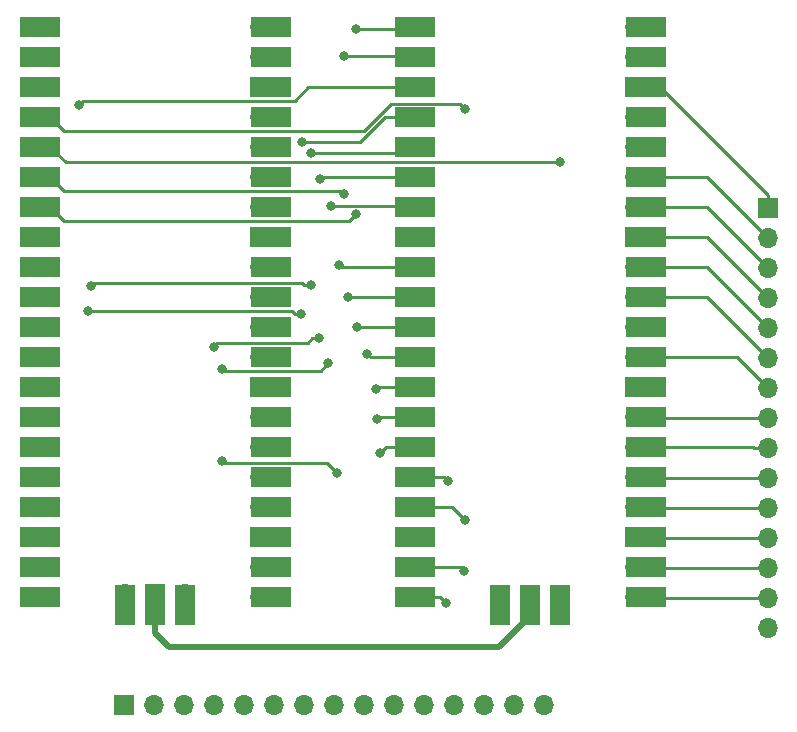
<source format=gbr>
G04 #@! TF.GenerationSoftware,KiCad,Pcbnew,5.1.5+dfsg1-2build2*
G04 #@! TF.CreationDate,2021-06-12T17:40:18+01:00*
G04 #@! TF.ProjectId,picoprobe_pcb,7069636f-7072-46f6-9265-5f7063622e6b,rev?*
G04 #@! TF.SameCoordinates,Original*
G04 #@! TF.FileFunction,Copper,L1,Top*
G04 #@! TF.FilePolarity,Positive*
%FSLAX46Y46*%
G04 Gerber Fmt 4.6, Leading zero omitted, Abs format (unit mm)*
G04 Created by KiCad (PCBNEW 5.1.5+dfsg1-2build2) date 2021-06-12 17:40:18*
%MOMM*%
%LPD*%
G04 APERTURE LIST*
%ADD10O,1.700000X1.700000*%
%ADD11R,1.700000X3.500000*%
%ADD12R,1.700000X1.700000*%
%ADD13R,3.500000X1.700000*%
%ADD14C,0.800000*%
%ADD15C,0.250000*%
%ADD16C,0.500000*%
G04 APERTURE END LIST*
D10*
X-35260000Y-41100000D03*
D11*
X-35260000Y-42000000D03*
D12*
X-37800000Y-41100000D03*
D11*
X-37800000Y-42000000D03*
D10*
X-40340000Y-41100000D03*
D11*
X-40340000Y-42000000D03*
D13*
X-28010000Y-41330000D03*
X-28010000Y-38790000D03*
X-28010000Y-36250000D03*
X-28010000Y-33710000D03*
X-28010000Y-31170000D03*
X-28010000Y-28630000D03*
X-28010000Y-26090000D03*
X-28010000Y-23550000D03*
X-28010000Y-21010000D03*
X-28010000Y-18470000D03*
X-28010000Y-15930000D03*
X-28010000Y-13390000D03*
X-28010000Y-10850000D03*
X-28010000Y-8310000D03*
X-28010000Y-5770000D03*
X-28010000Y-3230000D03*
X-28010000Y-690000D03*
X-28010000Y1850000D03*
X-28010000Y4390000D03*
X-28010000Y6930000D03*
X-47590000Y-41330000D03*
X-47590000Y-38790000D03*
X-47590000Y-36250000D03*
X-47590000Y-33710000D03*
X-47590000Y-31170000D03*
X-47590000Y-28630000D03*
X-47590000Y-26090000D03*
X-47590000Y-23550000D03*
X-47590000Y-21010000D03*
X-47590000Y-18470000D03*
X-47590000Y-15930000D03*
X-47590000Y-13390000D03*
X-47590000Y-10850000D03*
X-47590000Y-8310000D03*
X-47590000Y-5770000D03*
X-47590000Y-3230000D03*
X-47590000Y-690000D03*
X-47590000Y1850000D03*
X-47590000Y4390000D03*
X-47590000Y6930000D03*
D10*
X-28910000Y6930000D03*
X-28910000Y4390000D03*
D12*
X-28910000Y1850000D03*
D10*
X-28910000Y-690000D03*
X-28910000Y-3230000D03*
X-28910000Y-5770000D03*
X-28910000Y-8310000D03*
D12*
X-28910000Y-10850000D03*
D10*
X-28910000Y-13390000D03*
X-28910000Y-15930000D03*
X-28910000Y-18470000D03*
X-28910000Y-21010000D03*
D12*
X-28910000Y-23550000D03*
D10*
X-28910000Y-26090000D03*
X-28910000Y-28630000D03*
X-28910000Y-31170000D03*
X-28910000Y-33710000D03*
D12*
X-28910000Y-36250000D03*
D10*
X-28910000Y-38790000D03*
X-28910000Y-41330000D03*
X-46690000Y-41330000D03*
X-46690000Y-38790000D03*
D12*
X-46690000Y-36250000D03*
D10*
X-46690000Y-33710000D03*
X-46690000Y-31170000D03*
X-46690000Y-28630000D03*
X-46690000Y-26090000D03*
D12*
X-46690000Y-23550000D03*
D10*
X-46690000Y-21010000D03*
X-46690000Y-18470000D03*
X-46690000Y-15930000D03*
X-46690000Y-13390000D03*
D12*
X-46690000Y-10850000D03*
D10*
X-46690000Y-8310000D03*
X-46690000Y-5770000D03*
X-46690000Y-3230000D03*
X-46690000Y-690000D03*
D12*
X-46690000Y1850000D03*
D10*
X-46690000Y4390000D03*
X-46690000Y6930000D03*
X-67020000Y-41060001D03*
D11*
X-67020000Y-41960001D03*
D12*
X-69560000Y-41060001D03*
D11*
X-69560000Y-41960001D03*
D10*
X-72100000Y-41060001D03*
D11*
X-72100000Y-41960001D03*
D13*
X-59770000Y-41290001D03*
X-59770000Y-38750001D03*
X-59770000Y-36210001D03*
X-59770000Y-33670001D03*
X-59770000Y-31130001D03*
X-59770000Y-28590001D03*
X-59770000Y-26050001D03*
X-59770000Y-23510001D03*
X-59770000Y-20970001D03*
X-59770000Y-18430001D03*
X-59770000Y-15890001D03*
X-59770000Y-13350001D03*
X-59770000Y-10810001D03*
X-59770000Y-8270001D03*
X-59770000Y-5730001D03*
X-59770000Y-3190001D03*
X-59770000Y-650001D03*
X-59770000Y1889999D03*
X-59770000Y4429999D03*
X-59770000Y6969999D03*
X-79350000Y-41290001D03*
X-79350000Y-38750001D03*
X-79350000Y-36210001D03*
X-79350000Y-33670001D03*
X-79350000Y-31130001D03*
X-79350000Y-28590001D03*
X-79350000Y-26050001D03*
X-79350000Y-23510001D03*
X-79350000Y-20970001D03*
X-79350000Y-18430001D03*
X-79350000Y-15890001D03*
X-79350000Y-13350001D03*
X-79350000Y-10810001D03*
X-79350000Y-8270001D03*
X-79350000Y-5730001D03*
X-79350000Y-3190001D03*
X-79350000Y-650001D03*
X-79350000Y1889999D03*
X-79350000Y4429999D03*
X-79350000Y6969999D03*
D10*
X-60670000Y6969999D03*
X-60670000Y4429999D03*
D12*
X-60670000Y1889999D03*
D10*
X-60670000Y-650001D03*
X-60670000Y-3190001D03*
X-60670000Y-5730001D03*
X-60670000Y-8270001D03*
D12*
X-60670000Y-10810001D03*
D10*
X-60670000Y-13350001D03*
X-60670000Y-15890001D03*
X-60670000Y-18430001D03*
X-60670000Y-20970001D03*
D12*
X-60670000Y-23510001D03*
D10*
X-60670000Y-26050001D03*
X-60670000Y-28590001D03*
X-60670000Y-31130001D03*
X-60670000Y-33670001D03*
D12*
X-60670000Y-36210001D03*
D10*
X-60670000Y-38750001D03*
X-60670000Y-41290001D03*
X-78450000Y-41290001D03*
X-78450000Y-38750001D03*
D12*
X-78450000Y-36210001D03*
D10*
X-78450000Y-33670001D03*
X-78450000Y-31130001D03*
X-78450000Y-28590001D03*
X-78450000Y-26050001D03*
D12*
X-78450000Y-23510001D03*
D10*
X-78450000Y-20970001D03*
X-78450000Y-18430001D03*
X-78450000Y-15890001D03*
X-78450000Y-13350001D03*
D12*
X-78450000Y-10810001D03*
D10*
X-78450000Y-8270001D03*
X-78450000Y-5730001D03*
X-78450000Y-3190001D03*
X-78450000Y-650001D03*
D12*
X-78450000Y1889999D03*
D10*
X-78450000Y4429999D03*
X-78450000Y6969999D03*
X-17700000Y-43920000D03*
X-17700000Y-41380000D03*
X-17700000Y-38840000D03*
X-17700000Y-36300000D03*
X-17700000Y-33760000D03*
X-17700000Y-31220000D03*
X-17700000Y-28680000D03*
X-17700000Y-26140000D03*
X-17700000Y-23600000D03*
X-17700000Y-21060000D03*
X-17700000Y-18520000D03*
X-17700000Y-15980000D03*
X-17700000Y-13440000D03*
X-17700000Y-10900000D03*
D12*
X-17700000Y-8360000D03*
D10*
X-36640000Y-50400000D03*
X-39180000Y-50400000D03*
X-41720000Y-50400000D03*
X-44260000Y-50400000D03*
X-46800000Y-50400000D03*
X-49340000Y-50400000D03*
X-51880000Y-50400000D03*
X-54420000Y-50400000D03*
X-56960000Y-50400000D03*
X-59500000Y-50400000D03*
X-62040000Y-50400000D03*
X-64580000Y-50400000D03*
X-67120000Y-50400000D03*
X-69660000Y-50400000D03*
D12*
X-72200000Y-50400000D03*
D14*
X-44985000Y-41800000D03*
X-43400000Y-39100000D03*
X-43370622Y-34754683D03*
X-44800000Y-31500000D03*
X-50500000Y-29100000D03*
X-50800000Y-26200000D03*
X-51600000Y-20700000D03*
X-52500000Y-18400000D03*
X-53250000Y-15900000D03*
X-53975000Y-13200000D03*
X-54200000Y-30800000D03*
X-63875000Y-29800000D03*
X-54700000Y-8200000D03*
X-54900000Y-21500000D03*
X-63875000Y-22000000D03*
X-55650000Y-5900000D03*
X-55700000Y-19400000D03*
X-64600000Y-20100000D03*
X-56375000Y-3700000D03*
X-56375000Y-14900000D03*
X-75000000Y-15000000D03*
X-57100000Y-2800000D03*
X-57200000Y-17300000D03*
X-75275000Y-17100000D03*
X-76000000Y400000D03*
X-52600000Y-8900000D03*
X-52600000Y6800000D03*
X-53600000Y-7200000D03*
X-53600000Y4500000D03*
X-35300000Y-4500000D03*
X-43300000Y0D03*
X-50875000Y-23700000D03*
D15*
X-45455000Y-41330000D02*
X-44985000Y-41800000D01*
X-46690000Y-41330000D02*
X-45455000Y-41330000D01*
X-43710000Y-38790000D02*
X-43400000Y-39100000D01*
X-46690000Y-38790000D02*
X-43710000Y-38790000D01*
X-44415305Y-33710000D02*
X-43370622Y-34754683D01*
X-46690000Y-33710000D02*
X-44415305Y-33710000D01*
X-45130000Y-31170000D02*
X-44800000Y-31500000D01*
X-46690000Y-31170000D02*
X-45130000Y-31170000D01*
X-50030000Y-28630000D02*
X-50500000Y-29100000D01*
X-46690000Y-28630000D02*
X-50030000Y-28630000D01*
X-50690000Y-26090000D02*
X-50800000Y-26200000D01*
X-46690000Y-26090000D02*
X-50690000Y-26090000D01*
X-51290000Y-21010000D02*
X-51600000Y-20700000D01*
X-46690000Y-21010000D02*
X-51290000Y-21010000D01*
X-52430000Y-18470000D02*
X-52500000Y-18400000D01*
X-46690000Y-18470000D02*
X-52430000Y-18470000D01*
X-53220000Y-15930000D02*
X-53250000Y-15900000D01*
X-46690000Y-15930000D02*
X-53220000Y-15930000D01*
X-53785000Y-13390000D02*
X-53975000Y-13200000D01*
X-46690000Y-13390000D02*
X-53785000Y-13390000D01*
X-63720000Y-29955000D02*
X-63875000Y-29800000D01*
X-55045000Y-29955000D02*
X-63720000Y-29955000D01*
X-54200000Y-30800000D02*
X-55045000Y-29955000D01*
X-54674999Y-8174999D02*
X-54700000Y-8200000D01*
X-46825001Y-8174999D02*
X-54674999Y-8174999D01*
X-46690000Y-8310000D02*
X-46825001Y-8174999D01*
X-55545002Y-22145002D02*
X-63729998Y-22145002D01*
X-63729998Y-22145002D02*
X-63875000Y-22000000D01*
X-54900000Y-21500000D02*
X-55545002Y-22145002D01*
X-55520000Y-5770000D02*
X-55650000Y-5900000D01*
X-46690000Y-5770000D02*
X-55520000Y-5770000D01*
X-64295000Y-19795000D02*
X-64600000Y-20100000D01*
X-56660685Y-19795000D02*
X-64295000Y-19795000D01*
X-56265685Y-19400000D02*
X-56660685Y-19795000D01*
X-55700000Y-19400000D02*
X-56265685Y-19400000D01*
X-47160000Y-3700000D02*
X-56375000Y-3700000D01*
X-46690000Y-3230000D02*
X-47160000Y-3700000D01*
X-74715000Y-14715000D02*
X-75000000Y-15000000D01*
X-57125685Y-14715000D02*
X-74715000Y-14715000D01*
X-56940685Y-14900000D02*
X-57125685Y-14715000D01*
X-56375000Y-14900000D02*
X-56940685Y-14900000D01*
X-50138592Y-690000D02*
X-52248592Y-2800000D01*
X-52248592Y-2800000D02*
X-57100000Y-2800000D01*
X-46690000Y-690000D02*
X-50138592Y-690000D01*
X-57965685Y-17100000D02*
X-75275000Y-17100000D01*
X-57765685Y-17300000D02*
X-57965685Y-17100000D01*
X-57200000Y-17300000D02*
X-57765685Y-17300000D01*
X-75685002Y714998D02*
X-76000000Y400000D01*
X-57759999Y714998D02*
X-75685002Y714998D01*
X-56624997Y1850000D02*
X-57759999Y714998D01*
X-46690000Y1850000D02*
X-56624997Y1850000D01*
X-28860000Y-41380000D02*
X-17700000Y-41380000D01*
X-28910000Y-41330000D02*
X-28860000Y-41380000D01*
X-28860000Y-38840000D02*
X-28910000Y-38790000D01*
X-17700000Y-38840000D02*
X-28860000Y-38840000D01*
X-28860000Y-36300000D02*
X-17700000Y-36300000D01*
X-28910000Y-36250000D02*
X-28860000Y-36300000D01*
X-28860000Y-33760000D02*
X-28910000Y-33710000D01*
X-17700000Y-33760000D02*
X-28860000Y-33760000D01*
X-28860000Y-31220000D02*
X-17700000Y-31220000D01*
X-28910000Y-31170000D02*
X-28860000Y-31220000D01*
X-18952081Y-28630000D02*
X-28910000Y-28630000D01*
X-18902081Y-28680000D02*
X-18952081Y-28630000D01*
X-17700000Y-28680000D02*
X-18902081Y-28680000D01*
X-28860000Y-26140000D02*
X-17700000Y-26140000D01*
X-28910000Y-26090000D02*
X-28860000Y-26140000D01*
X-20290000Y-21010000D02*
X-28910000Y-21010000D01*
X-17700000Y-23600000D02*
X-20290000Y-21010000D01*
X-22830000Y-15930000D02*
X-28910000Y-15930000D01*
X-17700000Y-21060000D02*
X-22830000Y-15930000D01*
X-22830000Y-13390000D02*
X-17700000Y-18520000D01*
X-28910000Y-13390000D02*
X-22830000Y-13390000D01*
X-22830000Y-10850000D02*
X-17700000Y-15980000D01*
X-28910000Y-10850000D02*
X-22830000Y-10850000D01*
X-22830000Y-8310000D02*
X-17700000Y-13440000D01*
X-28910000Y-8310000D02*
X-22830000Y-8310000D01*
X-22830000Y-5770000D02*
X-17700000Y-10900000D01*
X-28910000Y-5770000D02*
X-22830000Y-5770000D01*
X-17700000Y-7260000D02*
X-17700000Y-8360000D01*
X-26810000Y1850000D02*
X-17700000Y-7260000D01*
X-28910000Y1850000D02*
X-26810000Y1850000D01*
D16*
X-69560000Y-41060001D02*
X-69560000Y-44340000D01*
X-69560000Y-44340000D02*
X-68400000Y-45500000D01*
X-37800000Y-42450000D02*
X-37800000Y-41100000D01*
X-37800000Y-42870002D02*
X-37800000Y-42450000D01*
X-40429998Y-45500000D02*
X-37800000Y-42870002D01*
X-68400000Y-45500000D02*
X-40429998Y-45500000D01*
D15*
X-53145002Y-9445002D02*
X-52600000Y-8900000D01*
X-77274999Y-9445002D02*
X-53145002Y-9445002D01*
X-78450000Y-8270001D02*
X-77274999Y-9445002D01*
X-46820000Y6800000D02*
X-46690000Y6930000D01*
X-52600000Y6800000D02*
X-46820000Y6800000D01*
X-53894998Y-6905002D02*
X-53600000Y-7200000D01*
X-77274999Y-6905002D02*
X-53894998Y-6905002D01*
X-78450000Y-5730001D02*
X-77274999Y-6905002D01*
X-46800000Y4500000D02*
X-46690000Y4390000D01*
X-53600000Y4500000D02*
X-46800000Y4500000D01*
X-77140001Y-4500000D02*
X-35300000Y-4500000D01*
X-78450000Y-3190001D02*
X-77140001Y-4500000D01*
X-43785001Y485001D02*
X-43300000Y0D01*
X-49600001Y485001D02*
X-43785001Y485001D01*
X-51910004Y-1825002D02*
X-49600001Y485001D01*
X-77274999Y-1825002D02*
X-51910004Y-1825002D01*
X-78450000Y-650001D02*
X-77274999Y-1825002D01*
X-50725000Y-23550000D02*
X-50875000Y-23700000D01*
X-46690000Y-23550000D02*
X-50725000Y-23550000D01*
M02*

</source>
